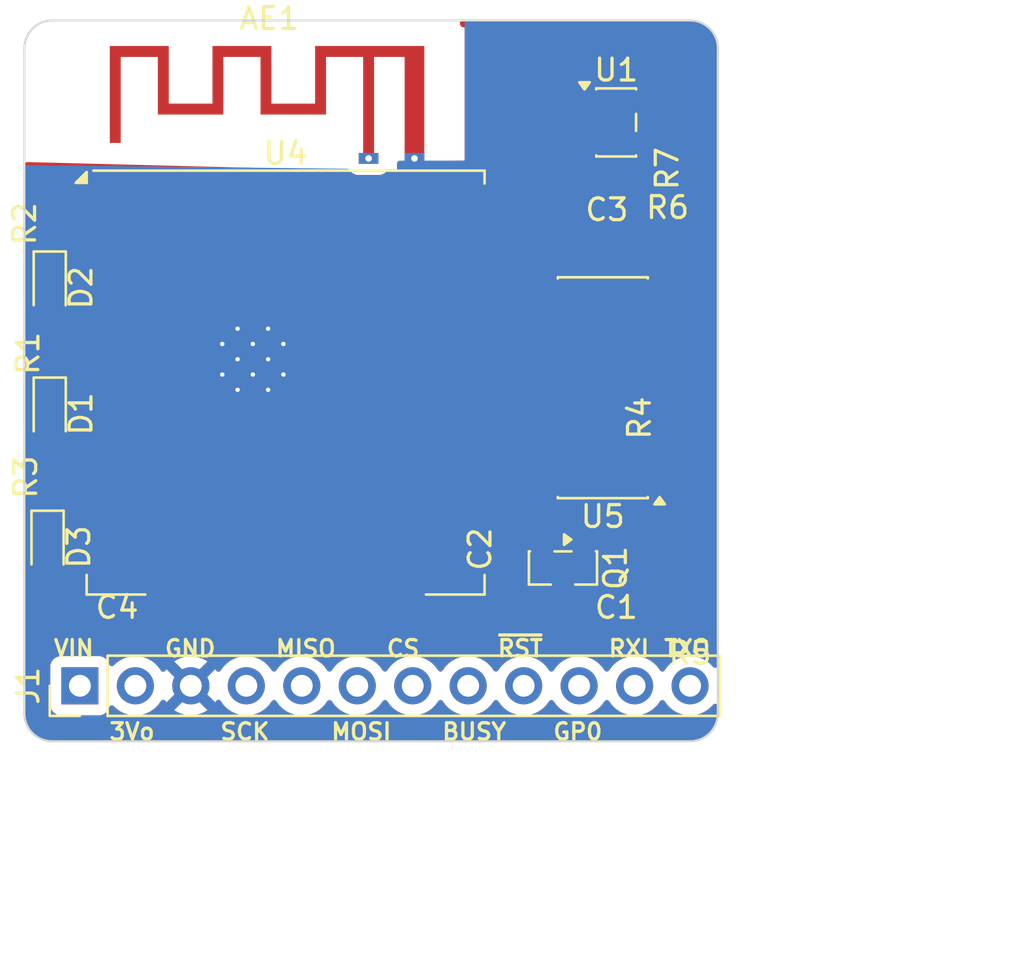
<source format=kicad_pcb>
(kicad_pcb (version 20241229) (generator "pcbnew") (generator_version "9.0")
  (layers (0 "F.Cu" signal) (2 "B.Cu" signal) (13 "F.Paste" user) (15 "B.Paste" user) (5 "F.SilkS" user "F.Silkscreen") (7 "B.SilkS" user "B.Silkscreen") (1 "F.Mask" user) (3 "B.Mask" user) (25 "Edge.Cuts" user))
  (net 0 "")
  (net 1 "/GPIO0_3V")
  (net 2 "/GPIO0")
  (net 3 "+3V3")
  (net 5 "GND")
  (net 6 "VBUS")
  (net 9 "/RED")
  (net 16 "/ESP_TX")
  (net 18 "/GREEN")
  (net 19 "/MISO_ESP")
  (net 20 "/BLUE")
  (net 25 "/ESP_BUSY")
  (net 27 "/RX_3V")
  (net 29 "/CS_3V")
  (net 33 "/MOSI_3V")
  (net 40 "Net-(D1-K)")
  (net 41 "Net-(D2-K)")
  (net 42 "Net-(D3-K)")
  (net 43 "/~{RESET}")
  (net 44 "/CS")
  (net 45 "/EXP_TX")
  (net 46 "/RXD")
  (net 47 "/MISO_EXP")
  (net 48 "/SCK")
  (net 49 "/MOSI")
  (net 51 "/SCK_3V")
  (net 56 "/~{RESET_3V}")
  (footprint "Package_SO:SOIC-16_3.9x9.9mm_P1.27mm" (layer "F.Cu") (at 206.825 110.805 180)
    (property "Reference" "U5" (at 0 -5.9 0) (layer "F.SilkS"))
    (property "Value" "74HC4050D")
    (fp_line (start 2.06 5.06) (end -2.06 5.06) (stroke (width 0.12)) (layer "F.SilkS"))
    (fp_line (start 2.06 5.005) (end 2.06 5.06) (stroke (width 0.12)) (layer "F.SilkS"))
    (fp_line (start 2.06 -5.06) (end 2.06 -5.005) (stroke (width 0.12)) (layer "F.SilkS"))
    (fp_line (start -2.06 5.06) (end -2.06 5.005) (stroke (width 0.12)) (layer "F.SilkS"))
    (fp_line (start -2.06 -5.005) (end -2.06 -5.06) (stroke (width 0.12)) (layer "F.SilkS"))
    (fp_line (start -2.06 -5.06) (end 2.06 -5.06) (stroke (width 0.12)) (layer "F.SilkS"))
    (fp_poly (pts (xy -2.6 -5.01) (xy -2.84 -5.34) (xy -2.36 -5.34)) (stroke (width 0.12)) (fill yes) (layer "F.SilkS"))
    (pad "1" smd roundrect (at -2.475 -4.445 180) (size 1.95 0.6) (layers "F.Cu" "F.Mask" "F.Paste") (net 6 "VBUS"))
    (pad "2" smd roundrect (at -2.475 -3.175 180) (size 1.95 0.6) (layers "F.Cu" "F.Mask" "F.Paste") (net 56 "/~{RESET_3V}"))
    (pad "3" smd roundrect (at -2.475 -1.905 180) (size 1.95 0.6) (layers "F.Cu" "F.Mask" "F.Paste") (net 43 "/~{RESET}"))
    (pad "4" smd roundrect (at -2.475 -0.635 180) (size 1.95 0.6) (layers "F.Cu" "F.Mask" "F.Paste") (net 29 "/CS_3V"))
    (pad "5" smd roundrect (at -2.475 0.635 180) (size 1.95 0.6) (layers "F.Cu" "F.Mask" "F.Paste") (net 44 "/CS"))
    (pad "6" smd roundrect (at -2.475 1.905 180) (size 1.95 0.6) (layers "F.Cu" "F.Mask" "F.Paste") (net 33 "/MOSI_3V"))
    (pad "7" smd roundrect (at -2.475 3.175 180) (size 1.95 0.6) (layers "F.Cu" "F.Mask" "F.Paste") (net 49 "/MOSI"))
    (pad "8" smd roundrect (at -2.475 4.445 180) (size 1.95 0.6) (layers "F.Cu" "F.Mask" "F.Paste"))
    (pad "9" smd roundrect (at 2.475 4.445 180) (size 1.95 0.6) (layers "F.Cu" "F.Mask" "F.Paste"))
    (pad "10" smd roundrect (at 2.475 3.175 180) (size 1.95 0.6) (layers "F.Cu" "F.Mask" "F.Paste"))
    (pad "11" smd roundrect (at 2.475 1.905 180) (size 1.95 0.6) (layers "F.Cu" "F.Mask" "F.Paste") (net 48 "/SCK"))
    (pad "12" smd roundrect (at 2.475 0.635 180) (size 1.95 0.6) (layers "F.Cu" "F.Mask" "F.Paste") (net 51 "/SCK_3V"))
    (pad "13" smd roundrect (at 2.475 -0.635 180) (size 1.95 0.6) (layers "F.Cu" "F.Mask" "F.Paste"))
    (pad "14" smd roundrect (at 2.475 -1.905 180) (size 1.95 0.6) (layers "F.Cu" "F.Mask" "F.Paste") (net 46 "/RXD"))
    (pad "15" smd roundrect (at 2.475 -3.175 180) (size 1.95 0.6) (layers "F.Cu" "F.Mask" "F.Paste") (net 27 "/RX_3V"))
    (pad "16" smd roundrect (at 2.475 -4.445 180) (size 1.95 0.6) (layers "F.Cu" "F.Mask" "F.Paste"))
  )
  (footprint "Resistor_SMD:R_0201_0603Metric_Pad0.64x0.40mm_HandSolder" (layer "F.Cu") (at 210.82 100.7625 90)
    (property "Reference" "R7" (at 0 -1.05 90) (layer "F.SilkS"))
    (property "Value" "10K")
    (pad "1" smd roundrect (at -0.4075 0 90) (size 0.635 0.4) (layers "F.Cu" "F.Mask") (net 3 "+3V3"))
    (pad "2" smd roundrect (at 0.4075 0 90) (size 0.635 0.4) (layers "F.Cu" "F.Mask") (net 44 "/CS"))
  )
  (footprint "Resistor_SMD:R_0201_0603Metric_Pad0.64x0.40mm_HandSolder" (layer "F.Cu") (at 181.4 114.9325 90)
    (property "Reference" "R3" (at 0.0325 -1 90) (layer "F.SilkS"))
    (property "Value" "1K")
    (pad "1" smd roundrect (at -0.4075 0 90) (size 0.635 0.4) (layers "F.Cu" "F.Mask") (net 42 "Net-(D3-K)"))
    (pad "2" smd roundrect (at 0.4075 0 90) (size 0.635 0.4) (layers "F.Cu" "F.Mask") (net 5 "GND"))
  )
  (footprint "LED_SMD:LED_0603_1608Metric_Pad1.05x0.95mm_HandSolder" (layer "F.Cu") (at 181.4 118.1 -90)
    (property "Reference" "D3" (at 0 -1.43 90) (layer "F.SilkS"))
    (property "Value" "LED")
    (fp_line (start -1.66 0.735) (end 0.8 0.735) (stroke (width 0.12)) (layer "F.SilkS"))
    (fp_line (start -1.66 -0.735) (end -1.66 0.735) (stroke (width 0.12)) (layer "F.SilkS"))
    (fp_line (start 0.8 -0.735) (end -1.66 -0.735) (stroke (width 0.12)) (layer "F.SilkS"))
    (pad "1" smd roundrect (at -0.875 0 270) (size 1.05 0.95) (layers "F.Cu" "F.Mask" "F.Paste") (net 42 "Net-(D3-K)"))
    (pad "2" smd roundrect (at 0.875 0 270) (size 1.05 0.95) (layers "F.Cu" "F.Mask" "F.Paste") (net 20 "/BLUE"))
  )
  (footprint "Resistor_SMD:R_0201_0603Metric_Pad0.64x0.40mm_HandSolder" (layer "F.Cu") (at 209.7925 103.6)
    (property "Reference" "R6" (at 0 -1.05 0) (layer "F.SilkS"))
    (property "Value" "10K")
    (pad "1" smd roundrect (at -0.4075 0) (size 0.635 0.4) (layers "F.Cu" "F.Mask") (net 6 "VBUS"))
    (pad "2" smd roundrect (at 0.4075 0) (size 0.635 0.4) (layers "F.Cu" "F.Mask") (net 43 "/~{RESET}"))
  )
  (footprint "Resistor_SMD:R_0201_0603Metric_Pad0.64x0.40mm_HandSolder" (layer "F.Cu") (at 210.82 121.92 180)
    (property "Reference" "R5" (at 0 -1.05 0) (layer "F.SilkS"))
    (property "Value" "R_US")
    (pad "1" smd roundrect (at -0.4075 0 180) (size 0.635 0.4) (layers "F.Cu" "F.Mask") (net 3 "+3V3"))
    (pad "2" smd roundrect (at 0.4075 0 180) (size 0.635 0.4) (layers "F.Cu" "F.Mask") (net 1 "/GPIO0_3V"))
  )
  (footprint "Resistor_SMD:R_0201_0603Metric_Pad0.64x0.40mm_HandSolder" (layer "F.Cu") (at 181.4 103.2925 90)
    (property "Reference" "R2" (at 0 -1.05 90) (layer "F.SilkS"))
    (property "Value" "1K")
    (pad "1" smd roundrect (at -0.4075 0 90) (size 0.635 0.4) (layers "F.Cu" "F.Mask") (net 41 "Net-(D2-K)"))
    (pad "2" smd roundrect (at 0.4075 0 90) (size 0.635 0.4) (layers "F.Cu" "F.Mask") (net 5 "GND"))
  )
  (footprint "Capacitor_SMD:C_0201_0603Metric_Pad0.64x0.40mm_HandSolder" (layer "F.Cu") (at 207.4425 121.92)
    (property "Reference" "C1" (at 0 -1.05 0) (layer "F.SilkS"))
    (property "Value" "10u")
    (pad "1" smd roundrect (at -0.4075 0) (size 0.635 0.4) (layers "F.Cu" "F.Mask") (net 3 "+3V3"))
    (pad "2" smd roundrect (at 0.4075 0) (size 0.635 0.4) (layers "F.Cu" "F.Mask") (net 5 "GND"))
  )
  (footprint "Package_TO_SOT_SMD:SOT-23" (layer "F.Cu") (at 205 119.0625 -90)
    (property "Reference" "Q1" (at 0 -2.4 90) (layer "F.SilkS"))
    (property "Value" "BSS138")
    (fp_line (start -0.76 1.56) (end -0.76 1.51) (stroke (width 0.12)) (layer "F.SilkS"))
    (fp_line (start 0.76 1.56) (end -0.76 1.56) (stroke (width 0.12)) (layer "F.SilkS"))
    (fp_line (start 0.76 0.56) (end 0.76 1.56) (stroke (width 0.12)) (layer "F.SilkS"))
    (fp_line (start -0.76 0.39) (end -0.76 -0.39) (stroke (width 0.12)) (layer "F.SilkS"))
    (fp_line (start -0.76 -1.51) (end -0.76 -1.56) (stroke (width 0.12)) (layer "F.SilkS"))
    (fp_line (start -0.76 -1.56) (end 0.76 -1.56) (stroke (width 0.12)) (layer "F.SilkS"))
    (fp_line (start 0.76 -1.56) (end 0.76 -0.56) (stroke (width 0.12)) (layer "F.SilkS"))
    (fp_poly (pts (xy -1.3 -0.38) (xy -1.06 -0.05) (xy -1.54 -0.05)) (stroke (width 0.12)) (fill yes) (layer "F.SilkS"))
    (pad "1" smd roundrect (at -0.9375 -0.95 270) (size 1.475 0.6) (layers "F.Cu" "F.Mask" "F.Paste") (net 3 "+3V3"))
    (pad "2" smd roundrect (at -0.9375 0.95 270) (size 1.475 0.6) (layers "F.Cu" "F.Mask" "F.Paste") (net 2 "/GPIO0"))
    (pad "3" smd roundrect (at 0.9375 0 270) (size 1.475 0.6) (layers "F.Cu" "F.Mask" "F.Paste") (net 1 "/GPIO0_3V"))
  )
  (footprint "Capacitor_SMD:C_0201_0603Metric_Pad0.64x0.40mm_HandSolder" (layer "F.Cu") (at 184.5825 121.92)
    (property "Reference" "C4" (at 0 -1.05 0) (layer "F.SilkS"))
    (property "Value" "0.1u")
    (pad "1" smd roundrect (at -0.4075 0) (size 0.635 0.4) (layers "F.Cu" "F.Mask") (net 3 "+3V3"))
    (pad "2" smd roundrect (at 0.4075 0) (size 0.635 0.4) (layers "F.Cu" "F.Mask") (net 5 "GND"))
  )
  (footprint "LED_SMD:LED_0603_1608Metric_Pad1.05x0.95mm_HandSolder" (layer "F.Cu") (at 181.5 106.225 -90)
    (property "Reference" "D2" (at 0 -1.43 90) (layer "F.SilkS"))
    (property "Value" "LED")
    (fp_line (start -1.66 0.735) (end 0.8 0.735) (stroke (width 0.12)) (layer "F.SilkS"))
    (fp_line (start -1.66 -0.735) (end -1.66 0.735) (stroke (width 0.12)) (layer "F.SilkS"))
    (fp_line (start 0.8 -0.735) (end -1.66 -0.735) (stroke (width 0.12)) (layer "F.SilkS"))
    (pad "1" smd roundrect (at -0.875 0 270) (size 1.05 0.95) (layers "F.Cu" "F.Mask" "F.Paste") (net 41 "Net-(D2-K)"))
    (pad "2" smd roundrect (at 0.875 0 270) (size 1.05 0.95) (layers "F.Cu" "F.Mask" "F.Paste") (net 18 "/GREEN"))
  )
  (footprint "Capacitor_SMD:C_0201_0603Metric_Pad0.64x0.40mm_HandSolder" (layer "F.Cu") (at 201.2 120.5 90)
    (property "Reference" "C2" (at 2.3 0 270) (layer "F.SilkS"))
    (property "Value" "10u")
    (pad "1" smd roundrect (at -0.4075 0 90) (size 0.635 0.4) (layers "F.Cu" "F.Mask") (net 3 "+3V3"))
    (pad "2" smd roundrect (at 0.4075 0 90) (size 0.635 0.4) (layers "F.Cu" "F.Mask") (net 5 "GND"))
  )
  (footprint "Resistor_SMD:R_0201_0603Metric_Pad0.64x0.40mm_HandSolder" (layer "F.Cu") (at 209.55 112.1925 90)
    (property "Reference" "R4" (at 0 -1.05 90) (layer "F.SilkS"))
    (property "Value" "R_US")
    (pad "1" smd roundrect (at -0.4075 0 90) (size 0.635 0.4) (layers "F.Cu" "F.Mask") (net 6 "VBUS"))
    (pad "2" smd roundrect (at 0.4075 0 90) (size 0.635 0.4) (layers "F.Cu" "F.Mask") (net 2 "/GPIO0"))
  )
  (footprint "Connector_PinHeader_2.54mm:PinHeader_1x12_P2.54mm_Vertical" (layer "F.Cu") (at 182.88 124.46 90)
    (property "Reference" "J1" (at 0 -2.38 90) (layer "F.SilkS"))
    (property "Value" "Conn_01x12_Socket")
    (fp_line (start -1.38 -1.38) (end 0 -1.38) (stroke (width 0.12)) (layer "F.SilkS"))
    (fp_line (start -1.38 0) (end -1.38 -1.38) (stroke (width 0.12)) (layer "F.SilkS"))
    (fp_line (start 1.38 1.27) (end 1.38 29.32) (stroke (width 0.12)) (layer "F.SilkS"))
    (fp_line (start -1.38 1.27) (end 1.38 1.27) (stroke (width 0.12)) (layer "F.SilkS"))
    (fp_line (start -1.38 1.27) (end -1.38 29.32) (stroke (width 0.12)) (layer "F.SilkS"))
    (fp_line (start -1.38 29.32) (end 1.38 29.32) (stroke (width 0.12)) (layer "F.SilkS"))
    (pad "1" thru_hole rect (at 0 0 90) (size 1.7 1.7) (drill 1) (layers "*.Cu" "*.Mask") (net 6 "VBUS"))
    (pad "2" thru_hole circle (at 0 2.54 90) (size 1.7 1.7) (drill 1) (layers "*.Cu" "*.Mask") (net 3 "+3V3"))
    (pad "3" thru_hole circle (at 0 5.08 90) (size 1.7 1.7) (drill 1) (layers "*.Cu" "*.Mask") (net 5 "GND"))
    (pad "4" thru_hole circle (at 0 7.62 90) (size 1.7 1.7) (drill 1) (layers "*.Cu" "*.Mask") (net 48 "/SCK"))
    (pad "5" thru_hole circle (at 0 10.16 90) (size 1.7 1.7) (drill 1) (layers "*.Cu" "*.Mask") (net 47 "/MISO_EXP"))
    (pad "6" thru_hole circle (at 0 12.7 90) (size 1.7 1.7) (drill 1) (layers "*.Cu" "*.Mask") (net 49 "/MOSI"))
    (pad "7" thru_hole circle (at 0 15.24 90) (size 1.7 1.7) (drill 1) (layers "*.Cu" "*.Mask") (net 44 "/CS"))
    (pad "8" thru_hole circle (at 0 17.78 90) (size 1.7 1.7) (drill 1) (layers "*.Cu" "*.Mask") (net 25 "/ESP_BUSY"))
    (pad "9" thru_hole circle (at 0 20.32 90) (size 1.7 1.7) (drill 1) (layers "*.Cu" "*.Mask") (net 43 "/~{RESET}"))
    (pad "10" thru_hole circle (at 0 22.86 90) (size 1.7 1.7) (drill 1) (layers "*.Cu" "*.Mask") (net 2 "/GPIO0"))
    (pad "11" thru_hole circle (at 0 25.4 90) (size 1.7 1.7) (drill 1) (layers "*.Cu" "*.Mask") (net 46 "/RXD"))
    (pad "12" thru_hole circle (at 0 27.94 90) (size 1.7 1.7) (drill 1) (layers "*.Cu" "*.Mask") (net 45 "/EXP_TX"))
  )
  (footprint "RF_Antenna:Texas_SWRA117D_2.4GHz_Left" (layer "F.Cu") (at 196.1 100.3)
    (property "Reference" "AE1" (at -4.55 -6.41 0) (layer "F.SilkS"))
    (property "Value" "Antenna")
    (fp_poly (pts (xy -2.45 -2.51) (xy -4.45 -2.51) (xy -4.45 -5.15) (xy -7.15 -5.15) (xy -7.15 -2.51) (xy -9.15 -2.51) (xy -9.15 -5.15) (xy -11.85 -5.15) (xy -11.85 -0.71) (xy -11.35 -0.71) (xy -11.35 -4.65) (xy -9.65 -4.65) (xy -9.65 -2.01) (xy -6.65 -2.01) (xy -6.65 -4.65) (xy -4.95 -4.65) (xy -4.95 -2.01) (xy -1.95 -2.01) (xy -1.95 -4.65) (xy -0.25 -4.65) (xy -0.25 0.25) (xy 0.25 0.25) (xy 0.25 -4.65) (xy 1.65 -4.65) (xy 1.65 0.25) (xy 2.55 0.25) (xy 2.55 0.006785) (xy 2.247583 0.006785) (xy 2.237742 0.054395) (xy 2.213674 0.096797) (xy 2.175731 0.129581) (xy 2.167819 0.133935) (xy 2.125156 0.146043) (xy 2.076637 0.1453) (xy 2.031122 0.1324) (xy 2.012511 0.121787) (xy 1.978868 0.086553) (xy 1.958309 0.041368) (xy 1.951778 -0.008158) (xy 1.960218 -0.056417) (xy 1.977112 -0.088643) (xy 2.012372 -0.121313) (xy 2.057682 -0.141408) (xy 2.107267 -0.147982) (xy 2.155353 -0.140092) (xy 2.188245 -0.123186) (xy 2.223185 -0.086416) (xy 2.242847 -0.041622) (xy 2.247583 0.006785) (xy 2.55 0.006785) (xy 2.55 -5.15) (xy -2.45 -5.15) (xy -2.45 -2.51)) (fill yes) (layer "F.Cu"))
    (pad "1" thru_hole rect (at 0 0) (size 0.9 0.5) (drill 0.3) (layers "*.Cu"))
    (pad "2" thru_hole rect (at 2.1 0) (size 0.9 0.5) (drill 0.3) (layers "*.Cu") (net 5 "GND"))
  )
  (footprint "RF_Module:ESP32-WROOM-32UE" (layer "F.Cu") (at 192.3 110.57)
    (property "Reference" "U4" (at 0 -10.5 0) (layer "F.SilkS"))
    (property "Value" "ESP32-WROOM-32UE-R2")
    (fp_line (start -9.11 8.81) (end -9.11 9.71) (stroke (width 0.12)) (layer "F.SilkS"))
    (fp_line (start -9.11 9.71) (end -6.425 9.71) (stroke (width 0.12)) (layer "F.SilkS"))
    (fp_line (start -8.8 -9.71) (end 9.11 -9.71) (stroke (width 0.12)) (layer "F.SilkS"))
    (fp_line (start 6.425 9.71) (end 9.11 9.71) (stroke (width 0.12)) (layer "F.SilkS"))
    (fp_line (start 9.11 -9.71) (end 9.11 -9.12) (stroke (width 0.12)) (layer "F.SilkS"))
    (fp_line (start 9.11 8.81) (end 9.11 9.71) (stroke (width 0.12)) (layer "F.SilkS"))
    (fp_poly (pts (xy -9.11 -9.15) (xy -9.61 -9.15) (xy -9.11 -9.65) (xy -9.11 -9.15)) (stroke (width 0.12)) (fill yes) (layer "F.SilkS"))
    (pad "1" smd rect (at -8.75 -8.41) (size 1.5 0.9) (layers "F.Cu" "F.Mask" "F.Paste") (net 5 "GND"))
    (pad "2" smd rect (at -8.75 -7.14) (size 1.5 0.9) (layers "F.Cu" "F.Mask" "F.Paste") (net 3 "+3V3"))
    (pad "3" smd rect (at -8.75 -5.87) (size 1.5 0.9) (layers "F.Cu" "F.Mask" "F.Paste"))
    (pad "4" smd rect (at -8.75 -4.6) (size 1.5 0.9) (layers "F.Cu" "F.Mask" "F.Paste"))
    (pad "5" smd rect (at -8.75 -3.33) (size 1.5 0.9) (layers "F.Cu" "F.Mask" "F.Paste"))
    (pad "6" smd rect (at -8.75 -2.06) (size 1.5 0.9) (layers "F.Cu" "F.Mask" "F.Paste"))
    (pad "7" smd rect (at -8.75 -0.79) (size 1.5 0.9) (layers "F.Cu" "F.Mask" "F.Paste"))
    (pad "8" smd rect (at -8.75 0.48) (size 1.5 0.9) (layers "F.Cu" "F.Mask" "F.Paste"))
    (pad "9" smd rect (at -8.75 1.75) (size 1.5 0.9) (layers "F.Cu" "F.Mask" "F.Paste") (net 25 "/ESP_BUSY"))
    (pad "10" smd rect (at -8.75 3.02) (size 1.5 0.9) (layers "F.Cu" "F.Mask" "F.Paste") (net 18 "/GREEN"))
    (pad "11" smd rect (at -8.75 4.29) (size 1.5 0.9) (layers "F.Cu" "F.Mask" "F.Paste") (net 9 "/RED"))
    (pad "12" smd rect (at -8.75 5.56) (size 1.5 0.9) (layers "F.Cu" "F.Mask" "F.Paste") (net 20 "/BLUE"))
    (pad "13" smd rect (at -8.75 6.83) (size 1.5 0.9) (layers "F.Cu" "F.Mask" "F.Paste") (net 33 "/MOSI_3V"))
    (pad "14" smd rect (at -8.75 8.1) (size 1.5 0.9) (layers "F.Cu" "F.Mask" "F.Paste"))
    (pad "15" smd rect (at -5.715 9.35 90) (size 1.5 0.9) (layers "F.Cu" "F.Mask" "F.Paste") (net 5 "GND"))
    (pad "16" smd rect (at -4.445 9.35 90) (size 1.5 0.9) (layers "F.Cu" "F.Mask" "F.Paste"))
    (pad "17" smd rect (at -3.175 9.35 90) (size 1.5 0.9) (layers "F.Cu" "F.Mask" "F.Paste"))
    (pad "18" smd rect (at -1.905 9.35 90) (size 1.5 0.9) (layers "F.Cu" "F.Mask" "F.Paste"))
    (pad "19" smd rect (at -0.635 9.35 90) (size 1.5 0.9) (layers "F.Cu" "F.Mask" "F.Paste"))
    (pad "20" smd rect (at 0.635 9.35 90) (size 1.5 0.9) (layers "F.Cu" "F.Mask" "F.Paste"))
    (pad "21" smd rect (at 1.905 9.35 90) (size 1.5 0.9) (layers "F.Cu" "F.Mask" "F.Paste"))
    (pad "22" smd rect (at 3.175 9.35 90) (size 1.5 0.9) (layers "F.Cu" "F.Mask" "F.Paste"))
    (pad "23" smd rect (at 4.445 9.35 90) (size 1.5 0.9) (layers "F.Cu" "F.Mask" "F.Paste"))
    (pad "24" smd rect (at 5.715 9.35 90) (size 1.5 0.9) (layers "F.Cu" "F.Mask" "F.Paste"))
    (pad "25" smd rect (at 8.75 8.1) (size 1.5 0.9) (layers "F.Cu" "F.Mask" "F.Paste") (net 1 "/GPIO0_3V"))
    (pad "26" smd rect (at 8.75 6.83) (size 1.5 0.9) (layers "F.Cu" "F.Mask" "F.Paste"))
    (pad "27" smd rect (at 8.75 5.56) (size 1.5 0.9) (layers "F.Cu" "F.Mask" "F.Paste"))
    (pad "28" smd rect (at 8.75 4.29) (size 1.5 0.9) (layers "F.Cu" "F.Mask" "F.Paste"))
    (pad "29" smd rect (at 8.75 3.02) (size 1.5 0.9) (layers "F.Cu" "F.Mask" "F.Paste") (net 29 "/CS_3V"))
    (pad "30" smd rect (at 8.75 1.75) (size 1.5 0.9) (layers "F.Cu" "F.Mask" "F.Paste"))
    (pad "31" smd rect (at 8.75 0.48) (size 1.5 0.9) (layers "F.Cu" "F.Mask" "F.Paste"))
    (pad "32" smd rect (at 8.75 -0.79) (size 1.5 0.9) (layers "F.Cu" "F.Mask" "F.Paste"))
    (pad "33" smd rect (at 8.75 -2.06) (size 1.5 0.9) (layers "F.Cu" "F.Mask" "F.Paste"))
    (pad "34" smd rect (at 8.75 -3.33) (size 1.5 0.9) (layers "F.Cu" "F.Mask" "F.Paste") (net 27 "/RX_3V"))
    (pad "35" smd rect (at 8.75 -4.6) (size 1.5 0.9) (layers "F.Cu" "F.Mask" "F.Paste") (net 16 "/ESP_TX"))
    (pad "36" smd rect (at 8.75 -5.87) (size 1.5 0.9) (layers "F.Cu" "F.Mask" "F.Paste"))
    (pad "37" smd rect (at 8.75 -7.14) (size 1.5 0.9) (layers "F.Cu" "F.Mask" "F.Paste") (net 19 "/MISO_ESP"))
    (pad "38" smd rect (at 8.75 -8.41) (size 1.5 0.9) (layers "F.Cu" "F.Mask" "F.Paste") (net 5 "GND"))
    (pad "39" smd rect (at -2.9 -2.47) (size 0.9 0.9) (layers "F.Cu" "F.Paste") (net 5 "GND"))
    (pad "39" thru_hole circle (at -2.9 -1.77) (size 0.6 0.6) (drill 0.2) (property pad_prop_heatsink) (layers "*.Cu" "F.Mask") (net 5 "GND"))
    (pad "39" smd rect (at -2.9 -1.07) (size 0.9 0.9) (layers "F.Cu" "F.Paste") (net 5 "GND"))
    (pad "39" thru_hole circle (at -2.9 -0.37) (size 0.6 0.6) (drill 0.2) (property pad_prop_heatsink) (layers "*.Cu" "F.Mask") (net 5 "GND"))
    (pad "39" smd rect (at -2.9 0.33) (size 0.9 0.9) (layers "F.Cu" "F.Paste") (net 5 "GND"))
    (pad "39" thru_hole circle (at -2.2 -2.47) (size 0.6 0.6) (drill 0.2) (property pad_prop_heatsink) (layers "*.Cu" "F.Mask") (net 5 "GND"))
    (pad "39" thru_hole circle (at -2.2 -1.07) (size 0.6 0.6) (drill 0.2) (property pad_prop_heatsink) (layers "*.Cu" "F.Mask") (net 5 "GND"))
    (pad "39" thru_hole circle (at -2.2 0.33) (size 0.6 0.6) (drill 0.2) (property pad_prop_heatsink) (layers "*.Cu" "F.Mask") (net 5 "GND"))
    (pad "39" smd rect (at -1.5 -2.47) (size 0.9 0.9) (layers "F.Cu" "F.Paste") (net 5 "GND"))
    (pad "39" thru_hole circle (at -1.5 -1.77) (size 0.6 0.6) (drill 0.2) (property pad_prop_heatsink) (layers "*.Cu" "F.Mask") (net 5 "GND"))
    (pad "39" smd rect (at -1.5 -1.07) (size 0.9 0.9) (layers "F.Cu" "F.Paste") (net 5 "GND"))
    (pad "39" smd rect (at -1.5 -1.07) (size 3.8 3.8) (property pad_prop_heatsink) (layers "F.Cu" "F.Mask") (net 5 "GND"))
    (pad "39" thru_hole circle (at -1.5 -0.37) (size 0.6 0.6) (drill 0.2) (property pad_prop_heatsink) (layers "*.Cu" "F.Mask") (net 5 "GND"))
    (pad "39" smd rect (at -1.5 0.33) (size 0.9 0.9) (layers "F.Cu" "F.Paste") (net 5 "GND"))
    (pad "39" thru_hole circle (at -0.8 -2.47) (size 0.6 0.6) (drill 0.2) (property pad_prop_heatsink) (layers "*.Cu" "F.Mask") (net 5 "GND"))
    (pad "39" thru_hole circle (at -0.8 -1.07) (size 0.6 0.6) (drill 0.2) (property pad_prop_heatsink) (layers "*.Cu" "F.Mask") (net 5 "GND"))
    (pad "39" thru_hole circle (at -0.8 0.33) (size 0.6 0.6) (drill 0.2) (property pad_prop_heatsink) (layers "*.Cu" "F.Mask") (net 5 "GND"))
    (pad "39" smd rect (at -0.1 -2.47) (size 0.9 0.9) (layers "F.Cu" "F.Paste") (net 5 "GND"))
    (pad "39" thru_hole circle (at -0.1 -1.77) (size 0.6 0.6) (drill 0.2) (property pad_prop_heatsink) (layers "*.Cu" "F.Mask") (net 5 "GND"))
    (pad "39" smd rect (at -0.1 -1.07) (size 0.9 0.9) (layers "F.Cu" "F.Paste") (net 5 "GND"))
    (pad "39" thru_hole circle (at -0.1 -0.37) (size 0.6 0.6) (drill 0.2) (property pad_prop_heatsink) (layers "*.Cu" "F.Mask") (net 5 "GND"))
    (pad "39" smd rect (at -0.1 0.33) (size 0.9 0.9) (layers "F.Cu" "F.Paste") (net 5 "GND"))
  )
  (footprint "LED_SMD:LED_0603_1608Metric_Pad1.05x0.95mm_HandSolder" (layer "F.Cu") (at 181.5 112 -90)
    (property "Reference" "D1" (at 0 -1.43 90) (layer "F.SilkS"))
    (property "Value" "LED")
    (fp_line (start -1.66 0.735) (end 0.8 0.735) (stroke (width 0.12)) (layer "F.SilkS"))
    (fp_line (start -1.66 -0.735) (end -1.66 0.735) (stroke (width 0.12)) (layer "F.SilkS"))
    (fp_line (start 0.8 -0.735) (end -1.66 -0.735) (stroke (width 0.12)) (layer "F.SilkS"))
    (pad "1" smd roundrect (at -0.875 0 270) (size 1.05 0.95) (layers "F.Cu" "F.Mask" "F.Paste") (net 40 "Net-(D1-K)"))
    (pad "2" smd roundrect (at 0.875 0 270) (size 1.05 0.95) (layers "F.Cu" "F.Mask" "F.Paste") (net 9 "/RED"))
  )
  (footprint "Package_TO_SOT_SMD:SOT-23-5" (layer "F.Cu") (at 207.4375 98.65)
    (property "Reference" "U1" (at 0 -2.4 0) (layer "F.SilkS"))
    (property "Value" "AP2112K-3.3")
    (fp_line (start -0.91 -1.56) (end 0.91 -1.56) (stroke (width 0.12)) (layer "F.SilkS"))
    (fp_line (start -0.91 -1.51) (end -0.91 -1.56) (stroke (width 0.12)) (layer "F.SilkS"))
    (fp_line (start -0.91 1.56) (end -0.91 1.51) (stroke (width 0.12)) (layer "F.SilkS"))
    (fp_line (start 0.91 -1.56) (end 0.91 -1.51) (stroke (width 0.12)) (layer "F.SilkS"))
    (fp_line (start 0.91 -0.39) (end 0.91 0.39) (stroke (width 0.12)) (layer "F.SilkS"))
    (fp_line (start 0.91 1.51) (end 0.91 1.56) (stroke (width 0.12)) (layer "F.SilkS"))
    (fp_line (start 0.91 1.56) (end -0.91 1.56) (stroke (width 0.12)) (layer "F.SilkS"))
    (fp_poly (pts (xy -1.45 -1.51) (xy -1.69 -1.84) (xy -1.21 -1.84)) (stroke (width 0.12)) (fill yes) (layer "F.SilkS"))
    (pad "1" smd roundrect (at -1.1375 -0.95) (size 1.325 0.6) (layers "F.Cu" "F.Mask" "F.Paste") (net 6 "VBUS"))
    (pad "2" smd roundrect (at -1.1375 0) (size 1.325 0.6) (layers "F.Cu" "F.Mask" "F.Paste") (net 5 "GND"))
    (pad "3" smd roundrect (at -1.1375 0.95) (size 1.325 0.6) (layers "F.Cu" "F.Mask" "F.Paste") (net 6 "VBUS"))
    (pad "4" smd roundrect (at 1.1375 0.95) (size 1.325 0.6) (layers "F.Cu" "F.Mask" "F.Paste"))
    (pad "5" smd roundrect (at 1.1375 -0.95) (size 1.325 0.6) (layers "F.Cu" "F.Mask" "F.Paste") (net 3 "+3V3"))
  )
  (footprint "Capacitor_SMD:C_0201_0603Metric_Pad0.64x0.40mm_HandSolder" (layer "F.Cu") (at 207.01 101.6 180)
    (property "Reference" "C3" (at 0 -1.05 0) (layer "F.SilkS"))
    (property "Value" "10u")
    (pad "1" smd roundrect (at -0.4075 0 180) (size 0.635 0.4) (layers "F.Cu" "F.Mask") (net 3 "+3V3"))
    (pad "2" smd roundrect (at 0.4075 0 180) (size 0.635 0.4) (layers "F.Cu" "F.Mask") (net 5 "GND"))
  )
  (footprint "Resistor_SMD:R_0201_0603Metric_Pad0.64x0.40mm_HandSolder" (layer "F.Cu") (at 181.4 109.2 90)
    (property "Reference" "R1" (at -0.0325 -0.9 90) (layer "F.SilkS"))
    (property "Value" "1K")
    (pad "1" smd roundrect (at -0.4075 0 90) (size 0.635 0.4) (layers "F.Cu" "F.Mask") (net 40 "Net-(D1-K)"))
    (pad "2" smd roundrect (at 0.4075 0 90) (size 0.635 0.4) (layers "F.Cu" "F.Mask") (net 5 "GND"))
  )
  (gr_line (start 198.5 100.6) (end 198.3 100.6) (stroke (width 0.2)) (layer "F.Cu") (net 5))
  (gr_line (start 198.3 100.6) (end 197.8375 100.6) (stroke (width 0.2)) (layer "F.Cu") (net 5))
  (gr_arc (start 180.34 95.25) (mid 180.711974 94.351974) (end 181.61 93.98) (stroke (width 0.1)) (layer "Edge.Cuts"))
  (gr_arc (start 181.61 127) (mid 180.711974 126.628026) (end 180.34 125.73) (stroke (width 0.1)) (layer "Edge.Cuts"))
  (gr_line (start 210.82 93.98) (end 181.61 93.98) (stroke (width 0.1)) (layer "Edge.Cuts"))
  (gr_arc (start 210.82 93.98) (mid 211.718026 94.351974) (end 212.09 95.25) (stroke (width 0.1)) (layer "Edge.Cuts"))
  (gr_line (start 181.61 127) (end 210.82 127) (stroke (width 0.1)) (layer "Edge.Cuts"))
  (gr_line (start 180.34 95.25) (end 180.34 125.73) (stroke (width 0.1)) (layer "Edge.Cuts"))
  (gr_arc (start 212.09 125.73) (mid 211.718026 126.628026) (end 210.82 127) (stroke (width 0.1)) (layer "Edge.Cuts"))
  (gr_line (start 212.09 125.73) (end 212.09 95.25) (stroke (width 0.1)) (layer "Edge.Cuts"))
  (gr_text "MISO" (at 191.77 123.19 0) (layer "F.SilkS") (effects (font (size 0.75 0.75) (thickness 0.15) (bold yes)) (justify left bottom)))
  (gr_text "CS" (at 196.85 123.19 0) (layer "F.SilkS") (effects (font (size 0.75 0.75) (thickness 0.15) (bold yes)) (justify left bottom)))
  (gr_text "BUSY" (at 199.39 127 0) (layer "F.SilkS") (effects (font (size 0.75 0.75) (thickness 0.15) (bold yes)) (justify left bottom)))
  (gr_text "3Vo" (at 184.15 127 0) (layer "F.SilkS") (effects (font (size 0.75 0.75) (thickness 0.15) (bold yes)) (justify left bottom)))
  (gr_text "RXI" (at 207.01 123.19 0) (layer "F.SilkS") (effects (font (size 0.75 0.75) (thickness 0.15) (bold yes)) (justify left bottom)))
  (gr_text "VIN" (at 181.61 123.19 0) (layer "F.SilkS") (effects (font (size 0.75 0.75) (thickness 0.15) (bold yes)) (justify left bottom)))
  (gr_text "TXO" (at 209.55 123.19 0) (layer "F.SilkS") (effects (font (size 0.75 0.75) (thickness 0.15) (bold yes)) (justify left bottom)))
  (gr_text "~{RST}" (at 201.93 123.19 0) (layer "F.SilkS") (effects (font (size 0.75 0.75) (thickness 0.15) (bold yes)) (justify left bottom)))
  (gr_text "SCK" (at 189.23 127 0) (layer "F.SilkS") (effects (font (size 0.75 0.75) (thickness 0.15) (bold yes)) (justify left bottom)))
  (gr_text "MOSI" (at 194.31 127 0) (layer "F.SilkS") (effects (font (size 0.75 0.75) (thickness 0.15) (bold yes)) (justify left bottom)))
  (gr_text "GND" (at 186.69 123.19 0) (layer "F.SilkS") (effects (font (size 0.75 0.75) (thickness 0.15) (bold yes)) (justify left bottom)))
  (gr_text "GP0" (at 204.47 127 0) (layer "F.SilkS") (effects (font (size 0.75 0.75) (thickness 0.15) (bold yes)) (justify left bottom)))
  (segment (start 183.16 114.86) (end 181.5 113.2) (width 0.25) (layer "F.Cu") (net 9))
  (segment (start 183.55 114.86) (end 183.16 114.86) (width 0.25) (layer "F.Cu") (net 9))
  (segment (start 181.5 113.2) (end 181.5 112.875) (width 0.25) (layer "F.Cu") (net 9))
  (segment (start 182.301 107.901) (end 181.5 107.1) (width 0.25) (layer "F.Cu") (net 18))
  (segment (start 183.55 113.59) (end 182.55 113.59) (width 0.25) (layer "F.Cu") (net 18))
  (segment (start 182.55 113.59) (end 182.301 113.341) (width 0.25) (layer "F.Cu") (net 18))
  (segment (start 182.301 113.341) (end 182.301 107.901) (width 0.25) (layer "F.Cu") (net 18))
  (segment (start 181.4 118.975) (end 182.2 118.175) (width 0.25) (layer "F.Cu") (net 20))
  (segment (start 183.55 116.13) (end 182.55 116.13) (width 0.25) (layer "F.Cu") (net 20))
  (segment (start 182.55 116.13) (end 182.2 116.48) (width 0.25) (layer "F.Cu") (net 20))
  (segment (start 182.2 116.48) (end 182.2 118.175) (width 0.25) (layer "F.Cu") (net 20))
  (zone (net 5) (net_name "GND") (layer "F.Cu") (connect_pads (clearance 0.508)) (min_thickness 0.25) (fill yes (thermal_gap 0.5) (thermal_bridge_width 0.5))
    (polygon (pts (xy 200.5 94.3) (xy 200.5 100.4) (xy 197.45 100.45) (xy 197.45 100.9) (xy 179.8 100.45) (xy 179.9 127.9) (xy 212.7 128) (xy 212.5 93.8) (xy 200.2 93.8) (xy 200.4 94.6)))
  )
  (zone (net 5) (net_name "GND") (layer "B.Cu") (priority 1) (connect_pads (clearance 0.508)) (min_thickness 0.25) (fill yes (thermal_gap 0.5) (thermal_bridge_width 0.5))
    (polygon (pts (xy 212.5 93.9) (xy 200.5 93.8) (xy 200.5 100.4) (xy 197.4 100.4) (xy 197.4 100.8) (xy 179.8 100.6) (xy 179.9 127.9) (xy 212.7 128) (xy 212.7 93.9) (xy 200.6 93.8)))
  )
)
</source>
